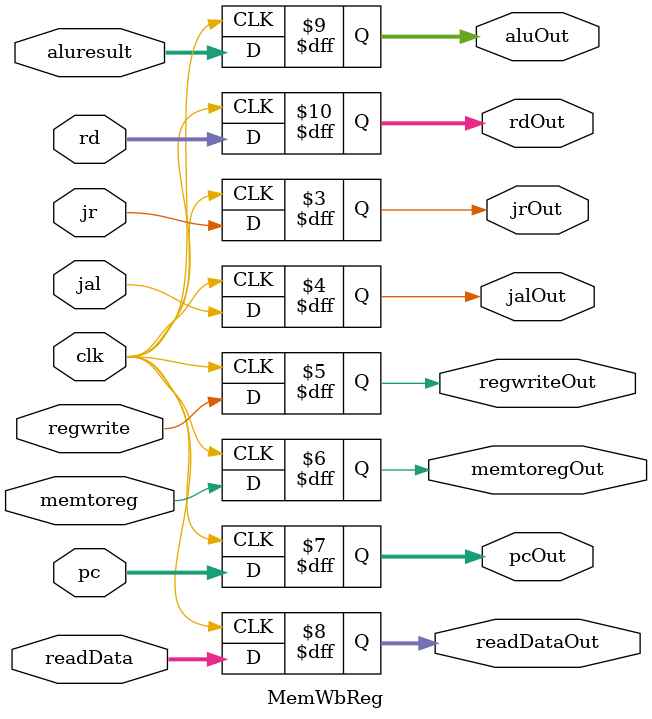
<source format=v>
`timescale 1ns / 1ps


module MemWbReg(
     input clk,
     input jr,jal, regwrite, memtoreg,
     input [31:0] pc,readData, aluresult,
     input [4:0] rd,
     output reg jrOut,jalOut,regwriteOut, memtoregOut,
     output reg [31:0] pcOut,readDataOut,aluOut,
     output reg [4:0]rdOut
    );
    initial {jrOut,jalOut,regwriteOut,memtoregOut, pcOut,readDataOut,aluOut,rdOut}=0;
    
    always @(posedge clk)
    begin
    {jrOut,jalOut,regwriteOut,memtoregOut, pcOut,readDataOut,aluOut,rdOut}={jr,jal,regwrite,memtoreg,pc,readData,aluresult,rd};
    
    end
endmodule

</source>
